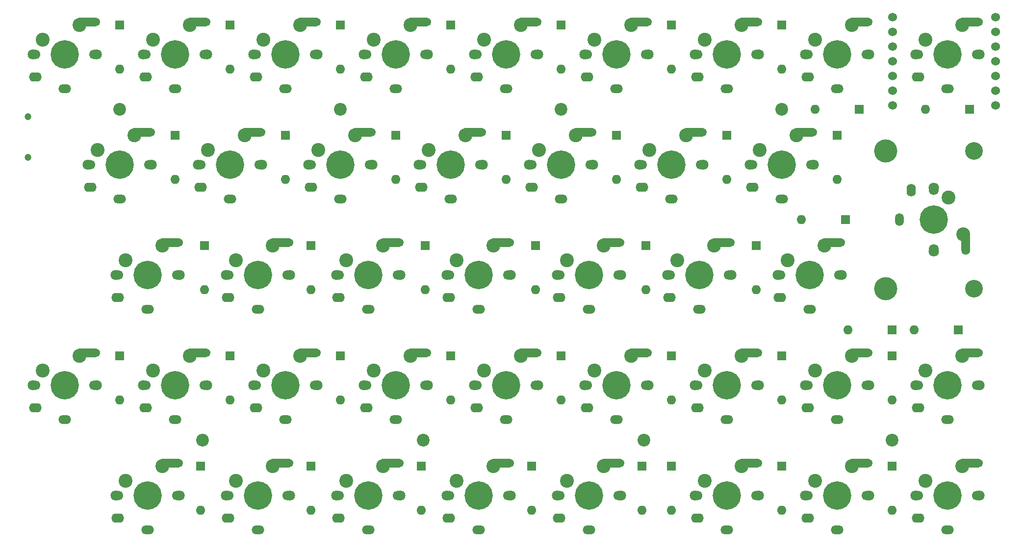
<source format=gbr>
%TF.GenerationSoftware,KiCad,Pcbnew,(7.0.0)*%
%TF.CreationDate,2023-05-23T14:57:48+09:00*%
%TF.ProjectId,sgkb-right,73676b62-2d72-4696-9768-742e6b696361,rev?*%
%TF.SameCoordinates,Original*%
%TF.FileFunction,Soldermask,Bot*%
%TF.FilePolarity,Negative*%
%FSLAX46Y46*%
G04 Gerber Fmt 4.6, Leading zero omitted, Abs format (unit mm)*
G04 Created by KiCad (PCBNEW (7.0.0)) date 2023-05-23 14:57:48*
%MOMM*%
%LPD*%
G01*
G04 APERTURE LIST*
G04 Aperture macros list*
%AMHorizOval*
0 Thick line with rounded ends*
0 $1 width*
0 $2 $3 position (X,Y) of the first rounded end (center of the circle)*
0 $4 $5 position (X,Y) of the second rounded end (center of the circle)*
0 Add line between two ends*
20,1,$1,$2,$3,$4,$5,0*
0 Add two circle primitives to create the rounded ends*
1,1,$1,$2,$3*
1,1,$1,$4,$5*%
G04 Aperture macros list end*
%ADD10C,3.050000*%
%ADD11C,4.000000*%
%ADD12C,1.800000*%
%ADD13C,1.700000*%
%ADD14C,4.900000*%
%ADD15O,1.600000X2.200000*%
%ADD16C,2.400000*%
%ADD17O,1.500000X2.200000*%
%ADD18HorizOval,1.500000X0.012653X-1.449945X-0.012653X1.449945X0*%
%ADD19O,2.200000X1.600000*%
%ADD20O,2.200000X1.500000*%
%ADD21HorizOval,1.500000X1.449945X0.012653X-1.449945X-0.012653X0*%
%ADD22R,1.600000X1.600000*%
%ADD23O,1.600000X1.600000*%
%ADD24C,2.200000*%
%ADD25C,1.200000*%
%ADD26C,1.524000*%
G04 APERTURE END LIST*
D10*
%TO.C,SW19*%
X204643750Y-64300000D03*
D11*
X189403750Y-64300000D03*
D12*
X197643750Y-70700000D03*
D13*
X197643750Y-71120000D03*
D14*
X197643750Y-76200000D03*
D13*
X197643750Y-81280000D03*
D12*
X197643750Y-81700000D03*
D10*
X204643750Y-88100000D03*
D11*
X189403750Y-88100000D03*
D15*
X193743749Y-71099999D03*
D16*
X200183750Y-72390000D03*
D17*
X191743749Y-76199999D03*
D16*
X202723750Y-78740000D03*
D18*
X203184150Y-80100041D03*
%TD*%
D12*
%TO.C,SW5*%
X99275000Y-47625000D03*
D13*
X99695000Y-47625000D03*
D14*
X104775000Y-47625000D03*
D13*
X109855000Y-47625000D03*
D12*
X110275000Y-47625000D03*
D19*
X99674999Y-51524999D03*
D16*
X100965000Y-45085000D03*
D20*
X104774999Y-53524999D03*
D16*
X107315000Y-42545000D03*
D21*
X108675041Y-42084598D03*
%TD*%
D22*
%TO.C,D18*%
X180974999Y-61594999D03*
D23*
X180974999Y-69214999D03*
%TD*%
D12*
%TO.C,SW33*%
X80225000Y-104775000D03*
D13*
X80645000Y-104775000D03*
D14*
X85725000Y-104775000D03*
D13*
X90805000Y-104775000D03*
D12*
X91225000Y-104775000D03*
D19*
X80624999Y-108674999D03*
D16*
X81915000Y-102235000D03*
D20*
X85724999Y-110674999D03*
D16*
X88265000Y-99695000D03*
D21*
X89625041Y-99234598D03*
%TD*%
D12*
%TO.C,SW37*%
X156425000Y-104775000D03*
D13*
X156845000Y-104775000D03*
D14*
X161925000Y-104775000D03*
D13*
X167005000Y-104775000D03*
D12*
X167425000Y-104775000D03*
D19*
X156824999Y-108674999D03*
D16*
X158115000Y-102235000D03*
D20*
X161924999Y-110674999D03*
D16*
X164465000Y-99695000D03*
D21*
X165825041Y-99234598D03*
%TD*%
D24*
%TO.C,H8*%
X190500000Y-114300000D03*
%TD*%
D22*
%TO.C,D39*%
X201929999Y-95249999D03*
D23*
X194309999Y-95249999D03*
%TD*%
D12*
%TO.C,SW32*%
X61175000Y-104775000D03*
D13*
X61595000Y-104775000D03*
D14*
X66675000Y-104775000D03*
D13*
X71755000Y-104775000D03*
D12*
X72175000Y-104775000D03*
D19*
X61574999Y-108674999D03*
D16*
X62865000Y-102235000D03*
D20*
X66674999Y-110674999D03*
D16*
X69215000Y-99695000D03*
D21*
X70575041Y-99234598D03*
%TD*%
D22*
%TO.C,D22*%
X71754999Y-80644999D03*
D23*
X71754999Y-88264999D03*
%TD*%
D12*
%TO.C,SW49*%
X194525000Y-123825000D03*
D13*
X194945000Y-123825000D03*
D14*
X200025000Y-123825000D03*
D13*
X205105000Y-123825000D03*
D12*
X205525000Y-123825000D03*
D19*
X194924999Y-127724999D03*
D16*
X196215000Y-121285000D03*
D20*
X200024999Y-129724999D03*
D16*
X202565000Y-118745000D03*
D21*
X203925041Y-118284598D03*
%TD*%
D22*
%TO.C,D33*%
X95249999Y-99694999D03*
D23*
X95249999Y-107314999D03*
%TD*%
D22*
%TO.C,D47*%
X152399999Y-118744999D03*
D23*
X152399999Y-126364999D03*
%TD*%
D22*
%TO.C,D6*%
X133349999Y-42544999D03*
D23*
X133349999Y-50164999D03*
%TD*%
D22*
%TO.C,D45*%
X128269999Y-118744999D03*
D23*
X128269999Y-126364999D03*
%TD*%
D12*
%TO.C,SW3*%
X61175000Y-47625000D03*
D13*
X61595000Y-47625000D03*
D14*
X66675000Y-47625000D03*
D13*
X71755000Y-47625000D03*
D12*
X72175000Y-47625000D03*
D19*
X61574999Y-51524999D03*
D16*
X62865000Y-45085000D03*
D20*
X66674999Y-53524999D03*
D16*
X69215000Y-42545000D03*
D21*
X70575041Y-42084598D03*
%TD*%
D12*
%TO.C,SW6*%
X118325000Y-47625000D03*
D13*
X118745000Y-47625000D03*
D14*
X123825000Y-47625000D03*
D13*
X128905000Y-47625000D03*
D12*
X129325000Y-47625000D03*
D19*
X118724999Y-51524999D03*
D16*
X120015000Y-45085000D03*
D20*
X123824999Y-53524999D03*
D16*
X126365000Y-42545000D03*
D21*
X127725041Y-42084598D03*
%TD*%
D12*
%TO.C,SW46*%
X132612500Y-123825000D03*
D13*
X133032500Y-123825000D03*
D14*
X138112500Y-123825000D03*
D13*
X143192500Y-123825000D03*
D12*
X143612500Y-123825000D03*
D19*
X133012499Y-127724999D03*
D16*
X134302500Y-121285000D03*
D20*
X138112499Y-129724999D03*
D16*
X140652500Y-118745000D03*
D21*
X142012541Y-118284598D03*
%TD*%
D12*
%TO.C,SW45*%
X113562500Y-123825000D03*
D13*
X113982500Y-123825000D03*
D14*
X119062500Y-123825000D03*
D13*
X124142500Y-123825000D03*
D12*
X124562500Y-123825000D03*
D19*
X113962499Y-127724999D03*
D16*
X115252500Y-121285000D03*
D20*
X119062499Y-129724999D03*
D16*
X121602500Y-118745000D03*
D21*
X122962541Y-118284598D03*
%TD*%
D12*
%TO.C,SW17*%
X146900000Y-66675000D03*
D13*
X147320000Y-66675000D03*
D14*
X152400000Y-66675000D03*
D13*
X157480000Y-66675000D03*
D12*
X157900000Y-66675000D03*
D19*
X147299999Y-70574999D03*
D16*
X148590000Y-64135000D03*
D20*
X152399999Y-72574999D03*
D16*
X154940000Y-61595000D03*
D21*
X156300041Y-61134598D03*
%TD*%
D22*
%TO.C,D2*%
X57149999Y-42544999D03*
D23*
X57149999Y-50164999D03*
%TD*%
D22*
%TO.C,D7*%
X152399999Y-42544999D03*
D23*
X152399999Y-50164999D03*
%TD*%
D12*
%TO.C,SW48*%
X175475000Y-123825000D03*
D13*
X175895000Y-123825000D03*
D14*
X180975000Y-123825000D03*
D13*
X186055000Y-123825000D03*
D12*
X186475000Y-123825000D03*
D19*
X175874999Y-127724999D03*
D16*
X177165000Y-121285000D03*
D20*
X180974999Y-129724999D03*
D16*
X183515000Y-118745000D03*
D21*
X184875041Y-118284598D03*
%TD*%
D22*
%TO.C,D32*%
X76199999Y-99694999D03*
D23*
X76199999Y-107314999D03*
%TD*%
D22*
%TO.C,D15*%
X123824999Y-61594999D03*
D23*
X123824999Y-69214999D03*
%TD*%
D22*
%TO.C,D5*%
X114299999Y-42544999D03*
D23*
X114299999Y-50164999D03*
%TD*%
D22*
%TO.C,D8*%
X171449999Y-42544999D03*
D23*
X171449999Y-50164999D03*
%TD*%
D22*
%TO.C,D12*%
X66674999Y-61594999D03*
D23*
X66674999Y-69214999D03*
%TD*%
D12*
%TO.C,SW34*%
X99275000Y-104775000D03*
D13*
X99695000Y-104775000D03*
D14*
X104775000Y-104775000D03*
D13*
X109855000Y-104775000D03*
D12*
X110275000Y-104775000D03*
D19*
X99674999Y-108674999D03*
D16*
X100965000Y-102235000D03*
D20*
X104774999Y-110674999D03*
D16*
X107315000Y-99695000D03*
D21*
X108675041Y-99234598D03*
%TD*%
D12*
%TO.C,SW14*%
X89750000Y-66675000D03*
D13*
X90170000Y-66675000D03*
D14*
X95250000Y-66675000D03*
D13*
X100330000Y-66675000D03*
D12*
X100750000Y-66675000D03*
D19*
X90149999Y-70574999D03*
D16*
X91440000Y-64135000D03*
D20*
X95249999Y-72574999D03*
D16*
X97790000Y-61595000D03*
D21*
X99150041Y-61134598D03*
%TD*%
D22*
%TO.C,D31*%
X57149999Y-99694999D03*
D23*
X57149999Y-107314999D03*
%TD*%
D22*
%TO.C,D9*%
X184784999Y-57149999D03*
D23*
X177164999Y-57149999D03*
%TD*%
D24*
%TO.C,H7*%
X109537500Y-114300000D03*
%TD*%
D12*
%TO.C,SW8*%
X156425000Y-47625000D03*
D13*
X156845000Y-47625000D03*
D14*
X161925000Y-47625000D03*
D13*
X167005000Y-47625000D03*
D12*
X167425000Y-47625000D03*
D19*
X156824999Y-51524999D03*
D16*
X158115000Y-45085000D03*
D20*
X161924999Y-53524999D03*
D16*
X164465000Y-42545000D03*
D21*
X165825041Y-42084598D03*
%TD*%
D12*
%TO.C,SW28*%
X170712500Y-85725000D03*
D13*
X171132500Y-85725000D03*
D14*
X176212500Y-85725000D03*
D13*
X181292500Y-85725000D03*
D12*
X181712500Y-85725000D03*
D19*
X171112499Y-89624999D03*
D16*
X172402500Y-83185000D03*
D20*
X176212499Y-91624999D03*
D16*
X178752500Y-80645000D03*
D21*
X180112541Y-80184598D03*
%TD*%
D12*
%TO.C,SW25*%
X113562500Y-85725000D03*
D13*
X113982500Y-85725000D03*
D14*
X119062500Y-85725000D03*
D13*
X124142500Y-85725000D03*
D12*
X124562500Y-85725000D03*
D19*
X113962499Y-89624999D03*
D16*
X115252500Y-83185000D03*
D20*
X119062499Y-91624999D03*
D16*
X121602500Y-80645000D03*
D21*
X122962541Y-80184598D03*
%TD*%
D22*
%TO.C,D10*%
X203834999Y-57149999D03*
D23*
X196214999Y-57149999D03*
%TD*%
D22*
%TO.C,D36*%
X152399999Y-99694999D03*
D23*
X152399999Y-107314999D03*
%TD*%
D22*
%TO.C,D34*%
X114299999Y-99694999D03*
D23*
X114299999Y-107314999D03*
%TD*%
D22*
%TO.C,D38*%
X190499999Y-99694999D03*
D23*
X190499999Y-107314999D03*
%TD*%
D22*
%TO.C,D27*%
X167004999Y-80644999D03*
D23*
X167004999Y-88264999D03*
%TD*%
D24*
%TO.C,H4*%
X147637500Y-114300000D03*
%TD*%
D12*
%TO.C,SW35*%
X118325000Y-104775000D03*
D13*
X118745000Y-104775000D03*
D14*
X123825000Y-104775000D03*
D13*
X128905000Y-104775000D03*
D12*
X129325000Y-104775000D03*
D19*
X118724999Y-108674999D03*
D16*
X120015000Y-102235000D03*
D20*
X123824999Y-110674999D03*
D16*
X126365000Y-99695000D03*
D21*
X127725041Y-99234598D03*
%TD*%
D12*
%TO.C,SW31*%
X42125000Y-104775000D03*
D13*
X42545000Y-104775000D03*
D14*
X47625000Y-104775000D03*
D13*
X52705000Y-104775000D03*
D12*
X53125000Y-104775000D03*
D19*
X42524999Y-108674999D03*
D16*
X43815000Y-102235000D03*
D20*
X47624999Y-110674999D03*
D16*
X50165000Y-99695000D03*
D21*
X51525041Y-99234598D03*
%TD*%
D24*
%TO.C,H1*%
X57150000Y-57150000D03*
%TD*%
D12*
%TO.C,SW42*%
X56412500Y-123825000D03*
D13*
X56832500Y-123825000D03*
D14*
X61912500Y-123825000D03*
D13*
X66992500Y-123825000D03*
D12*
X67412500Y-123825000D03*
D19*
X56812499Y-127724999D03*
D16*
X58102500Y-121285000D03*
D20*
X61912499Y-129724999D03*
D16*
X64452500Y-118745000D03*
D21*
X65812541Y-118284598D03*
%TD*%
D22*
%TO.C,D35*%
X133349999Y-99694999D03*
D23*
X133349999Y-107314999D03*
%TD*%
D22*
%TO.C,D42*%
X71119999Y-118744999D03*
D23*
X71119999Y-126364999D03*
%TD*%
D12*
%TO.C,SW15*%
X108800000Y-66675000D03*
D13*
X109220000Y-66675000D03*
D14*
X114300000Y-66675000D03*
D13*
X119380000Y-66675000D03*
D12*
X119800000Y-66675000D03*
D19*
X109199999Y-70574999D03*
D16*
X110490000Y-64135000D03*
D20*
X114299999Y-72574999D03*
D16*
X116840000Y-61595000D03*
D21*
X118200041Y-61134598D03*
%TD*%
D12*
%TO.C,SW44*%
X94512500Y-123825000D03*
D13*
X94932500Y-123825000D03*
D14*
X100012500Y-123825000D03*
D13*
X105092500Y-123825000D03*
D12*
X105512500Y-123825000D03*
D19*
X94912499Y-127724999D03*
D16*
X96202500Y-121285000D03*
D20*
X100012499Y-129724999D03*
D16*
X102552500Y-118745000D03*
D21*
X103912541Y-118284598D03*
%TD*%
D22*
%TO.C,D48*%
X171449999Y-118744999D03*
D23*
X171449999Y-126364999D03*
%TD*%
D12*
%TO.C,SW43*%
X75462500Y-123825000D03*
D13*
X75882500Y-123825000D03*
D14*
X80962500Y-123825000D03*
D13*
X86042500Y-123825000D03*
D12*
X86462500Y-123825000D03*
D19*
X75862499Y-127724999D03*
D16*
X77152500Y-121285000D03*
D20*
X80962499Y-129724999D03*
D16*
X83502500Y-118745000D03*
D21*
X84862541Y-118284598D03*
%TD*%
D22*
%TO.C,D43*%
X90169999Y-118744999D03*
D23*
X90169999Y-126364999D03*
%TD*%
D22*
%TO.C,D13*%
X85724999Y-61594999D03*
D23*
X85724999Y-69214999D03*
%TD*%
D12*
%TO.C,SW12*%
X51650000Y-66675000D03*
D13*
X52070000Y-66675000D03*
D14*
X57150000Y-66675000D03*
D13*
X62230000Y-66675000D03*
D12*
X62650000Y-66675000D03*
D19*
X52049999Y-70574999D03*
D16*
X53340000Y-64135000D03*
D20*
X57149999Y-72574999D03*
D16*
X59690000Y-61595000D03*
D21*
X61050041Y-61134598D03*
%TD*%
D12*
%TO.C,SW36*%
X137375000Y-104775000D03*
D13*
X137795000Y-104775000D03*
D14*
X142875000Y-104775000D03*
D13*
X147955000Y-104775000D03*
D12*
X148375000Y-104775000D03*
D19*
X137774999Y-108674999D03*
D16*
X139065000Y-102235000D03*
D20*
X142874999Y-110674999D03*
D16*
X145415000Y-99695000D03*
D21*
X146775041Y-99234598D03*
%TD*%
D24*
%TO.C,H2*%
X133350000Y-57150000D03*
%TD*%
%TO.C,H6*%
X171450000Y-57150000D03*
%TD*%
D12*
%TO.C,SW39*%
X194525000Y-104775000D03*
D13*
X194945000Y-104775000D03*
D14*
X200025000Y-104775000D03*
D13*
X205105000Y-104775000D03*
D12*
X205525000Y-104775000D03*
D19*
X194924999Y-108674999D03*
D16*
X196215000Y-102235000D03*
D20*
X200024999Y-110674999D03*
D16*
X202565000Y-99695000D03*
D21*
X203925041Y-99234598D03*
%TD*%
D12*
%TO.C,SW18*%
X165950000Y-66675000D03*
D13*
X166370000Y-66675000D03*
D14*
X171450000Y-66675000D03*
D13*
X176530000Y-66675000D03*
D12*
X176950000Y-66675000D03*
D19*
X166349999Y-70574999D03*
D16*
X167640000Y-64135000D03*
D20*
X171449999Y-72574999D03*
D16*
X173990000Y-61595000D03*
D21*
X175350041Y-61134598D03*
%TD*%
D12*
%TO.C,SW47*%
X156425000Y-123825000D03*
D13*
X156845000Y-123825000D03*
D14*
X161925000Y-123825000D03*
D13*
X167005000Y-123825000D03*
D12*
X167425000Y-123825000D03*
D19*
X156824999Y-127724999D03*
D16*
X158115000Y-121285000D03*
D20*
X161924999Y-129724999D03*
D16*
X164465000Y-118745000D03*
D21*
X165825041Y-118284598D03*
%TD*%
D12*
%TO.C,SW23*%
X75462500Y-85725000D03*
D13*
X75882500Y-85725000D03*
D14*
X80962500Y-85725000D03*
D13*
X86042500Y-85725000D03*
D12*
X86462500Y-85725000D03*
D19*
X75862499Y-89624999D03*
D16*
X77152500Y-83185000D03*
D20*
X80962499Y-91624999D03*
D16*
X83502500Y-80645000D03*
D21*
X84862541Y-80184598D03*
%TD*%
D22*
%TO.C,D3*%
X76199999Y-42544999D03*
D23*
X76199999Y-50164999D03*
%TD*%
D12*
%TO.C,SW24*%
X94512500Y-85725000D03*
D13*
X94932500Y-85725000D03*
D14*
X100012500Y-85725000D03*
D13*
X105092500Y-85725000D03*
D12*
X105512500Y-85725000D03*
D19*
X94912499Y-89624999D03*
D16*
X96202500Y-83185000D03*
D20*
X100012499Y-91624999D03*
D16*
X102552500Y-80645000D03*
D21*
X103912541Y-80184598D03*
%TD*%
D12*
%TO.C,SW16*%
X127850000Y-66675000D03*
D13*
X128270000Y-66675000D03*
D14*
X133350000Y-66675000D03*
D13*
X138430000Y-66675000D03*
D12*
X138850000Y-66675000D03*
D19*
X128249999Y-70574999D03*
D16*
X129540000Y-64135000D03*
D20*
X133349999Y-72574999D03*
D16*
X135890000Y-61595000D03*
D21*
X137250041Y-61134598D03*
%TD*%
D22*
%TO.C,D25*%
X128904999Y-80644999D03*
D23*
X128904999Y-88264999D03*
%TD*%
D12*
%TO.C,SW26*%
X132612500Y-85725000D03*
D13*
X133032500Y-85725000D03*
D14*
X138112500Y-85725000D03*
D13*
X143192500Y-85725000D03*
D12*
X143612500Y-85725000D03*
D19*
X133012499Y-89624999D03*
D16*
X134302500Y-83185000D03*
D20*
X138112499Y-91624999D03*
D16*
X140652500Y-80645000D03*
D21*
X142012541Y-80184598D03*
%TD*%
D12*
%TO.C,SW9*%
X175475000Y-47625000D03*
D13*
X175895000Y-47625000D03*
D14*
X180975000Y-47625000D03*
D13*
X186055000Y-47625000D03*
D12*
X186475000Y-47625000D03*
D19*
X175874999Y-51524999D03*
D16*
X177165000Y-45085000D03*
D20*
X180974999Y-53524999D03*
D16*
X183515000Y-42545000D03*
D21*
X184875041Y-42084598D03*
%TD*%
D22*
%TO.C,D44*%
X109219999Y-118744999D03*
D23*
X109219999Y-126364999D03*
%TD*%
D22*
%TO.C,D4*%
X95249999Y-42544999D03*
D23*
X95249999Y-50164999D03*
%TD*%
D22*
%TO.C,D28*%
X182403749Y-76199999D03*
D23*
X174783749Y-76199999D03*
%TD*%
D12*
%TO.C,SW10*%
X194525000Y-47625000D03*
D13*
X194945000Y-47625000D03*
D14*
X200025000Y-47625000D03*
D13*
X205105000Y-47625000D03*
D12*
X205525000Y-47625000D03*
D19*
X194924999Y-51524999D03*
D16*
X196215000Y-45085000D03*
D20*
X200024999Y-53524999D03*
D16*
X202565000Y-42545000D03*
D21*
X203925041Y-42084598D03*
%TD*%
D12*
%TO.C,SW4*%
X80225000Y-47625000D03*
D13*
X80645000Y-47625000D03*
D14*
X85725000Y-47625000D03*
D13*
X90805000Y-47625000D03*
D12*
X91225000Y-47625000D03*
D19*
X80624999Y-51524999D03*
D16*
X81915000Y-45085000D03*
D20*
X85724999Y-53524999D03*
D16*
X88265000Y-42545000D03*
D21*
X89625041Y-42084598D03*
%TD*%
D22*
%TO.C,D26*%
X147954999Y-80644999D03*
D23*
X147954999Y-88264999D03*
%TD*%
D22*
%TO.C,D17*%
X161924999Y-61594999D03*
D23*
X161924999Y-69214999D03*
%TD*%
D22*
%TO.C,D19*%
X190499999Y-95249999D03*
D23*
X182879999Y-95249999D03*
%TD*%
D12*
%TO.C,SW27*%
X151662500Y-85725000D03*
D13*
X152082500Y-85725000D03*
D14*
X157162500Y-85725000D03*
D13*
X162242500Y-85725000D03*
D12*
X162662500Y-85725000D03*
D19*
X152062499Y-89624999D03*
D16*
X153352500Y-83185000D03*
D20*
X157162499Y-91624999D03*
D16*
X159702500Y-80645000D03*
D21*
X161062541Y-80184598D03*
%TD*%
D22*
%TO.C,D24*%
X109854999Y-80644999D03*
D23*
X109854999Y-88264999D03*
%TD*%
D22*
%TO.C,D49*%
X190499999Y-118744999D03*
D23*
X190499999Y-126364999D03*
%TD*%
D12*
%TO.C,SW22*%
X56412500Y-85725000D03*
D13*
X56832500Y-85725000D03*
D14*
X61912500Y-85725000D03*
D13*
X66992500Y-85725000D03*
D12*
X67412500Y-85725000D03*
D19*
X56812499Y-89624999D03*
D16*
X58102500Y-83185000D03*
D20*
X61912499Y-91624999D03*
D16*
X64452500Y-80645000D03*
D21*
X65812541Y-80184598D03*
%TD*%
D22*
%TO.C,D16*%
X142874999Y-61594999D03*
D23*
X142874999Y-69214999D03*
%TD*%
D12*
%TO.C,SW2*%
X42125000Y-47625000D03*
D13*
X42545000Y-47625000D03*
D14*
X47625000Y-47625000D03*
D13*
X52705000Y-47625000D03*
D12*
X53125000Y-47625000D03*
D19*
X42524999Y-51524999D03*
D16*
X43815000Y-45085000D03*
D20*
X47624999Y-53524999D03*
D16*
X50165000Y-42545000D03*
D21*
X51525041Y-42084598D03*
%TD*%
D12*
%TO.C,SW7*%
X137375000Y-47625000D03*
D13*
X137795000Y-47625000D03*
D14*
X142875000Y-47625000D03*
D13*
X147955000Y-47625000D03*
D12*
X148375000Y-47625000D03*
D19*
X137774999Y-51524999D03*
D16*
X139065000Y-45085000D03*
D20*
X142874999Y-53524999D03*
D16*
X145415000Y-42545000D03*
D21*
X146775041Y-42084598D03*
%TD*%
D12*
%TO.C,SW13*%
X70700000Y-66675000D03*
D13*
X71120000Y-66675000D03*
D14*
X76200000Y-66675000D03*
D13*
X81280000Y-66675000D03*
D12*
X81700000Y-66675000D03*
D19*
X71099999Y-70574999D03*
D16*
X72390000Y-64135000D03*
D20*
X76199999Y-72574999D03*
D16*
X78740000Y-61595000D03*
D21*
X80100041Y-61134598D03*
%TD*%
D22*
%TO.C,D23*%
X90169999Y-80644999D03*
D23*
X90169999Y-88264999D03*
%TD*%
D24*
%TO.C,H5*%
X95250000Y-57150000D03*
%TD*%
D22*
%TO.C,D14*%
X104774999Y-61594999D03*
D23*
X104774999Y-69214999D03*
%TD*%
D22*
%TO.C,D46*%
X147319999Y-118744999D03*
D23*
X147319999Y-126364999D03*
%TD*%
D22*
%TO.C,D37*%
X171449999Y-99694999D03*
D23*
X171449999Y-107314999D03*
%TD*%
D12*
%TO.C,SW38*%
X175475000Y-104775000D03*
D13*
X175895000Y-104775000D03*
D14*
X180975000Y-104775000D03*
D13*
X186055000Y-104775000D03*
D12*
X186475000Y-104775000D03*
D19*
X175874999Y-108674999D03*
D16*
X177165000Y-102235000D03*
D20*
X180974999Y-110674999D03*
D16*
X183515000Y-99695000D03*
D21*
X184875041Y-99234598D03*
%TD*%
D24*
%TO.C,H3*%
X71437500Y-114300000D03*
%TD*%
D25*
%TO.C,J1*%
X41275000Y-65405000D03*
X41275000Y-58405000D03*
%TD*%
D26*
%TO.C,U1*%
X208300000Y-41200000D03*
X208300000Y-43740000D03*
X208300000Y-46280000D03*
X208300000Y-48820000D03*
X208300000Y-51360000D03*
X208300000Y-53900000D03*
X208300000Y-56440000D03*
X190520000Y-56440000D03*
X190520000Y-53900000D03*
X190520000Y-51360000D03*
X190520000Y-48820000D03*
X190520000Y-46280000D03*
X190520000Y-43740000D03*
X190520000Y-41200000D03*
%TD*%
M02*

</source>
